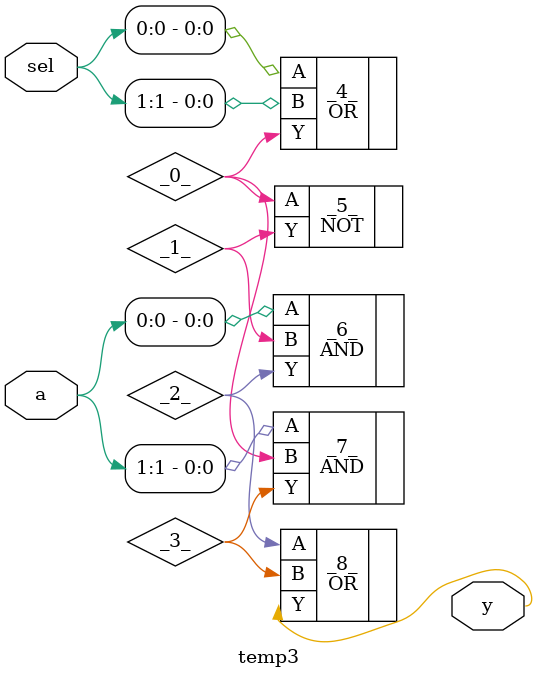
<source format=v>
/* Generated by Yosys 0.41+83 (git sha1 7045cf509, x86_64-w64-mingw32-g++ 13.2.1 -Os) */

/* cells_not_processed =  1  */
/* src = "temp3.v:1.1-11.10" */
module temp3(a, sel, y);
  wire _0_;
  wire _1_;
  wire _2_;
  wire _3_;
  /* src = "temp3.v:1.27-1.28" */
  input [1:0] a;
  wire [1:0] a;
  /* src = "temp3.v:1.30-1.33" */
  input [1:0] sel;
  wire [1:0] sel;
  /* src = "temp3.v:2.32-2.33" */
  output y;
  wire y;
  OR _4_ (
    .A(sel[0]),
    .B(sel[1]),
    .Y(_0_)
  );
  NOT _5_ (
    .A(_0_),
    .Y(_1_)
  );
  AND _6_ (
    .A(a[0]),
    .B(_1_),
    .Y(_2_)
  );
  AND _7_ (
    .A(a[1]),
    .B(_0_),
    .Y(_3_)
  );
  OR _8_ (
    .A(_2_),
    .B(_3_),
    .Y(y)
  );
endmodule

</source>
